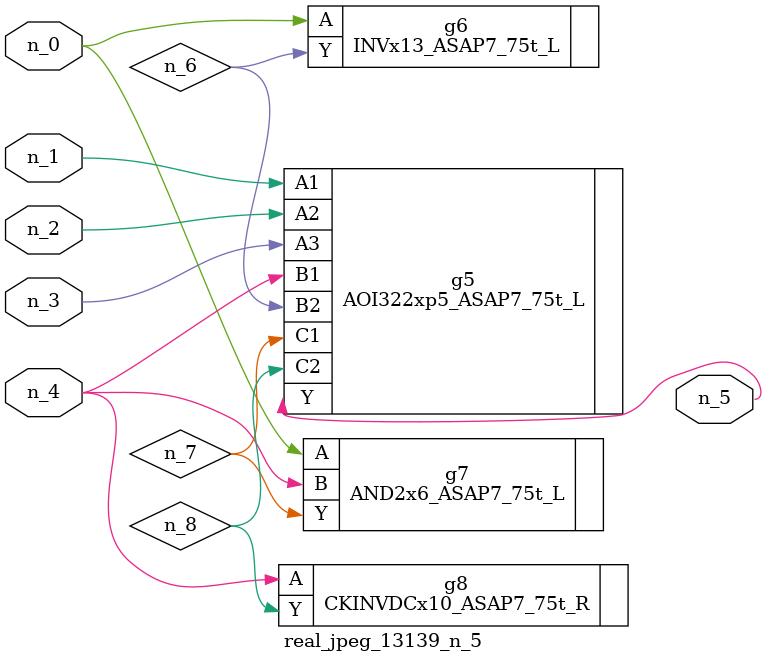
<source format=v>
module real_jpeg_13139_n_5 (n_4, n_0, n_1, n_2, n_3, n_5);

input n_4;
input n_0;
input n_1;
input n_2;
input n_3;

output n_5;

wire n_8;
wire n_6;
wire n_7;

INVx13_ASAP7_75t_L g6 ( 
.A(n_0),
.Y(n_6)
);

AND2x6_ASAP7_75t_L g7 ( 
.A(n_0),
.B(n_4),
.Y(n_7)
);

AOI322xp5_ASAP7_75t_L g5 ( 
.A1(n_1),
.A2(n_2),
.A3(n_3),
.B1(n_4),
.B2(n_6),
.C1(n_7),
.C2(n_8),
.Y(n_5)
);

CKINVDCx10_ASAP7_75t_R g8 ( 
.A(n_4),
.Y(n_8)
);


endmodule
</source>
